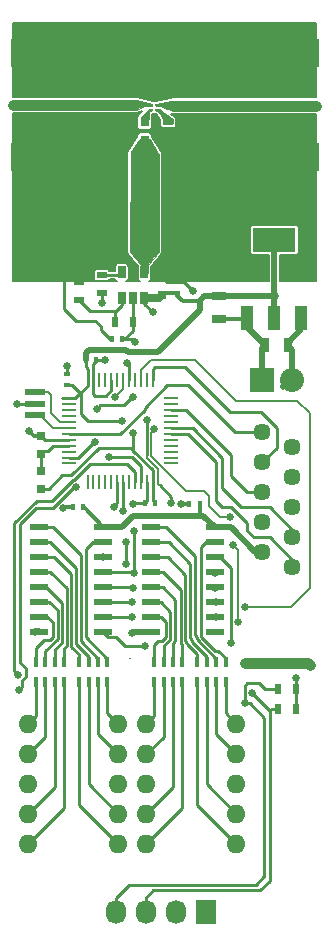
<source format=gtl>
G04 #@! TF.FileFunction,Copper,L1,Top,Signal*
%FSLAX46Y46*%
G04 Gerber Fmt 4.6, Leading zero omitted, Abs format (unit mm)*
G04 Created by KiCad (PCBNEW (2016-03-18 BZR 6629)-product) date Sa 16 Apr 2016 02:00:58 CEST*
%MOMM*%
G01*
G04 APERTURE LIST*
%ADD10C,0.100000*%
%ADD11O,1.600000X1.600000*%
%ADD12C,1.450000*%
%ADD13R,0.700000X1.300000*%
%ADD14R,1.300000X0.700000*%
%ADD15R,0.400000X0.600000*%
%ADD16R,0.600000X0.400000*%
%ADD17R,0.900000X0.500000*%
%ADD18R,0.500000X0.900000*%
%ADD19R,4.572000X2.413000*%
%ADD20R,4.071620X0.700000*%
%ADD21R,0.650000X1.060000*%
%ADD22R,3.657600X2.032000*%
%ADD23R,1.016000X2.032000*%
%ADD24R,1.300000X0.250000*%
%ADD25R,0.250000X1.300000*%
%ADD26R,0.300000X0.200000*%
%ADD27R,0.750000X0.800000*%
%ADD28R,1.800000X0.600000*%
%ADD29R,1.500000X0.600000*%
%ADD30R,0.449580X0.899160*%
%ADD31R,1.727200X2.032000*%
%ADD32O,1.727200X2.032000*%
%ADD33R,2.032000X2.032000*%
%ADD34O,2.032000X2.032000*%
%ADD35C,0.630000*%
%ADD36C,0.600000*%
%ADD37C,0.152000*%
%ADD38C,0.500000*%
%ADD39C,0.356352*%
%ADD40C,0.950000*%
%ADD41C,0.250000*%
%ADD42C,0.230000*%
%ADD43C,0.638258*%
%ADD44C,0.160000*%
G04 APERTURE END LIST*
D10*
D11*
X150350000Y-148900000D03*
X150350000Y-151440000D03*
X150350000Y-153980000D03*
X150350000Y-156520000D03*
X150350000Y-159060000D03*
X157970000Y-159060000D03*
X157970000Y-156520000D03*
X157970000Y-153980000D03*
X157970000Y-151440000D03*
X157970000Y-148900000D03*
D12*
X170180000Y-124160000D03*
X172720000Y-125430000D03*
X170180000Y-126700000D03*
X172720000Y-127970000D03*
X170180000Y-129240000D03*
X172720000Y-130510000D03*
X170180000Y-131780000D03*
X172720000Y-133050000D03*
X170180000Y-134320000D03*
X172720000Y-135590000D03*
D13*
X172300000Y-116800000D03*
X170400000Y-116800000D03*
D14*
X166475000Y-112700000D03*
X166475000Y-114600000D03*
D15*
X158322200Y-116333700D03*
X157422200Y-116333700D03*
D16*
X162972200Y-112383700D03*
X162972200Y-111483700D03*
D17*
X162200000Y-97950000D03*
X162200000Y-99450000D03*
X156572200Y-110883700D03*
X156572200Y-112383700D03*
D18*
X159222200Y-114833700D03*
X157722200Y-114833700D03*
D17*
X154672200Y-112983700D03*
X154672200Y-111483700D03*
D19*
X151140000Y-92120000D03*
D10*
G36*
X149348190Y-96190000D02*
X149348190Y-96790000D01*
X148847810Y-96590000D01*
X148847810Y-96390000D01*
X149348190Y-96190000D01*
X149348190Y-96190000D01*
G37*
D19*
X151140000Y-100920000D03*
D20*
X151384000Y-96490000D03*
D19*
X172710000Y-100920000D03*
D10*
G36*
X174501810Y-96850000D02*
X174501810Y-96250000D01*
X175002190Y-96450000D01*
X175002190Y-96650000D01*
X174501810Y-96850000D01*
X174501810Y-96850000D01*
G37*
D19*
X172710000Y-92120000D03*
D20*
X172466000Y-96550000D03*
D21*
X160172200Y-110658700D03*
X159222200Y-110658700D03*
X158272200Y-110658700D03*
X158272200Y-112858700D03*
X160172200Y-112858700D03*
X159222200Y-112858700D03*
D22*
X171182200Y-107896700D03*
D23*
X171182200Y-114500700D03*
X173468200Y-114500700D03*
X168896200Y-114500700D03*
D24*
X153772200Y-121333700D03*
X153772200Y-121833700D03*
X153772200Y-122333700D03*
X153772200Y-122833700D03*
X153772200Y-123333700D03*
X153772200Y-123833700D03*
X153772200Y-124333700D03*
X153772200Y-124833700D03*
X153772200Y-125333700D03*
X153772200Y-125833700D03*
X153772200Y-126333700D03*
X153772200Y-126833700D03*
D25*
X155372200Y-128433700D03*
X155872200Y-128433700D03*
X156372200Y-128433700D03*
X156872200Y-128433700D03*
X157372200Y-128433700D03*
X157872200Y-128433700D03*
X158372200Y-128433700D03*
X158872200Y-128433700D03*
X159372200Y-128433700D03*
X159872200Y-128433700D03*
X160372200Y-128433700D03*
X160872200Y-128433700D03*
D24*
X162472200Y-126833700D03*
X162472200Y-126333700D03*
X162472200Y-125833700D03*
X162472200Y-125333700D03*
X162472200Y-124833700D03*
X162472200Y-124333700D03*
X162472200Y-123833700D03*
X162472200Y-123333700D03*
X162472200Y-122833700D03*
X162472200Y-122333700D03*
X162472200Y-121833700D03*
X162472200Y-121333700D03*
D25*
X160872200Y-119733700D03*
X160372200Y-119733700D03*
X159872200Y-119733700D03*
X159372200Y-119733700D03*
X158872200Y-119733700D03*
X158372200Y-119733700D03*
X157872200Y-119733700D03*
X157372200Y-119733700D03*
X156872200Y-119733700D03*
X156372200Y-119733700D03*
X155872200Y-119733700D03*
X155372200Y-119733700D03*
D26*
X161250000Y-96495000D03*
X161250000Y-96945000D03*
X160750000Y-96945000D03*
X160750000Y-96495000D03*
D27*
X160200000Y-97950000D03*
X160200000Y-99450000D03*
X161700000Y-112550000D03*
X161700000Y-111050000D03*
X151450000Y-124550000D03*
X151450000Y-126050000D03*
D16*
X153650000Y-120175000D03*
X153650000Y-119275000D03*
D15*
X155200000Y-118050000D03*
X156100000Y-118050000D03*
X161100000Y-130200000D03*
X160200000Y-130200000D03*
D27*
X151450000Y-128975000D03*
X151450000Y-127475000D03*
D28*
X150900000Y-120825000D03*
X150900000Y-121775000D03*
X150900000Y-122725000D03*
D29*
X151300000Y-132205000D03*
X151300000Y-133475000D03*
X151300000Y-134745000D03*
X151300000Y-136015000D03*
X151300000Y-137285000D03*
X151300000Y-138555000D03*
X151300000Y-139825000D03*
X151300000Y-141095000D03*
X156700000Y-141095000D03*
X156700000Y-139825000D03*
X156700000Y-138555000D03*
X156700000Y-137285000D03*
X156700000Y-136015000D03*
X156700000Y-134745000D03*
X156700000Y-133475000D03*
X156700000Y-132205000D03*
D30*
X157051420Y-143649100D03*
X156251320Y-143649100D03*
X155451220Y-143649100D03*
X154651120Y-143649100D03*
X157051420Y-145350900D03*
X156251320Y-145350900D03*
X155451220Y-145350900D03*
X154651120Y-145350900D03*
X153401420Y-143649100D03*
X152601320Y-143649100D03*
X151801220Y-143649100D03*
X151001120Y-143649100D03*
X153401420Y-145350900D03*
X152601320Y-145350900D03*
X151801220Y-145350900D03*
X151001120Y-145350900D03*
D11*
X160350000Y-148900000D03*
X160350000Y-151440000D03*
X160350000Y-153980000D03*
X160350000Y-156520000D03*
X160350000Y-159060000D03*
X167970000Y-159060000D03*
X167970000Y-156520000D03*
X167970000Y-153980000D03*
X167970000Y-151440000D03*
X167970000Y-148900000D03*
D30*
X167051420Y-143649100D03*
X166251320Y-143649100D03*
X165451220Y-143649100D03*
X164651120Y-143649100D03*
X167051420Y-145350900D03*
X166251320Y-145350900D03*
X165451220Y-145350900D03*
X164651120Y-145350900D03*
X163401420Y-143649100D03*
X162601320Y-143649100D03*
X161801220Y-143649100D03*
X161001120Y-143649100D03*
X163401420Y-145350900D03*
X162601320Y-145350900D03*
X161801220Y-145350900D03*
X161001120Y-145350900D03*
D29*
X160750000Y-132255000D03*
X160750000Y-133525000D03*
X160750000Y-134795000D03*
X160750000Y-136065000D03*
X160750000Y-137335000D03*
X160750000Y-138605000D03*
X160750000Y-139875000D03*
X160750000Y-141145000D03*
X166150000Y-141145000D03*
X166150000Y-139875000D03*
X166150000Y-138605000D03*
X166150000Y-137335000D03*
X166150000Y-136065000D03*
X166150000Y-134795000D03*
X166150000Y-133525000D03*
X166150000Y-132255000D03*
D15*
X164900000Y-130250000D03*
X164000000Y-130250000D03*
X155025000Y-130550000D03*
X154125000Y-130550000D03*
D31*
X165400000Y-164850000D03*
D32*
X162860000Y-164850000D03*
X160320000Y-164850000D03*
X157780000Y-164850000D03*
D33*
X170150000Y-119775000D03*
D34*
X172690000Y-119775000D03*
D18*
X173010000Y-145970000D03*
X171510000Y-145970000D03*
X173020000Y-147650000D03*
X171520000Y-147650000D03*
D35*
X153263803Y-130631470D03*
X150879494Y-141089065D03*
X168675000Y-143750000D03*
X174200000Y-143875000D03*
X163300000Y-130275000D03*
X150375000Y-124050000D03*
X159250000Y-130250000D03*
X159150000Y-141150000D03*
X153650000Y-118625000D03*
X149400000Y-121825000D03*
X164300000Y-112250000D03*
X156850000Y-118050000D03*
X172500000Y-99000000D03*
X171000000Y-99000000D03*
X169500000Y-99000000D03*
X168000000Y-99000000D03*
X166500000Y-99000000D03*
X165000000Y-99000000D03*
X163500000Y-99000000D03*
X163500000Y-100750000D03*
X163500000Y-102250000D03*
X163500000Y-103750000D03*
X163500000Y-105250000D03*
X163500000Y-106750000D03*
X163500000Y-108250000D03*
X162100000Y-110050000D03*
X162900000Y-109400000D03*
X156750000Y-100750000D03*
X156750000Y-102250000D03*
X156750000Y-103750000D03*
X156750000Y-105250000D03*
X156750000Y-106750000D03*
X156750000Y-108250000D03*
X157500000Y-109300000D03*
X154700000Y-110900000D03*
X159222200Y-110658700D03*
X161700000Y-111000000D03*
X158250000Y-98500000D03*
X159000000Y-97750000D03*
D36*
X151140000Y-92120000D03*
D35*
X172750000Y-93500000D03*
X171250000Y-93500000D03*
X169500000Y-93500000D03*
X168000000Y-93500000D03*
X166500000Y-93500000D03*
X165000000Y-93500000D03*
X163500000Y-93500000D03*
X162000000Y-93500000D03*
X160500000Y-93500000D03*
X159000000Y-93500000D03*
X157500000Y-93500000D03*
X156000000Y-93500000D03*
X154250000Y-93500000D03*
X152750000Y-93500000D03*
X151250000Y-93500000D03*
X157250000Y-99000000D03*
X155750000Y-99000000D03*
X154250000Y-99000000D03*
X152750000Y-99000000D03*
X151250000Y-99000000D03*
D36*
X151140000Y-100920000D03*
X172700000Y-100800000D03*
X172710000Y-92120000D03*
D35*
X159400000Y-116525000D03*
X159225000Y-121200000D03*
X156150000Y-122200000D03*
X155975000Y-125000000D03*
X173010000Y-145040000D03*
X171225000Y-112650000D03*
X158250000Y-123250000D03*
X159250000Y-124250000D03*
X160872200Y-114033700D03*
X156572200Y-113233700D03*
X160250000Y-142250000D03*
X167500000Y-142000000D03*
X158625000Y-135350000D03*
X158650000Y-133475000D03*
X157600000Y-130500000D03*
X166150000Y-137350000D03*
X159225000Y-137400000D03*
X158375000Y-130900000D03*
X159300000Y-132550000D03*
X166125000Y-136075000D03*
X159275000Y-136100000D03*
X149483837Y-144745890D03*
X169275000Y-146300000D03*
X168675000Y-147100000D03*
X157150000Y-126275000D03*
X154425000Y-128825000D03*
X149525000Y-146050000D03*
X168685744Y-138970938D03*
X166250000Y-138575000D03*
X159175000Y-138550000D03*
X160375000Y-123150000D03*
X158725000Y-118300000D03*
X156700000Y-134745000D03*
X162425000Y-130225000D03*
X168100000Y-140300000D03*
X167650000Y-133700000D03*
X167400000Y-131375000D03*
X161025000Y-123925000D03*
X157725000Y-121200000D03*
X166225000Y-139875000D03*
X159125000Y-139850000D03*
D37*
X158999999Y-143325001D02*
X158996001Y-143328999D01*
D38*
X172690000Y-119775000D02*
X172690000Y-117190000D01*
X172690000Y-117190000D02*
X172300000Y-116800000D01*
X172300000Y-116800000D02*
X172300000Y-116600000D01*
X172300000Y-116600000D02*
X173468200Y-115431800D01*
X173468200Y-115431800D02*
X173468200Y-114500700D01*
X171882200Y-120323700D02*
X171882200Y-120273700D01*
X170150000Y-119775000D02*
X170150000Y-117050000D01*
X170150000Y-117050000D02*
X170400000Y-116800000D01*
X168896200Y-114500700D02*
X168896200Y-115296200D01*
X168896200Y-115296200D02*
X170400000Y-116800000D01*
D39*
X166475000Y-114600000D02*
X168796900Y-114600000D01*
X168796900Y-114600000D02*
X168896200Y-114500700D01*
D38*
X169982200Y-120323700D02*
X169982200Y-120193700D01*
D39*
X154125000Y-130550000D02*
X153345273Y-130550000D01*
X153345273Y-130550000D02*
X153263803Y-130631470D01*
D38*
X150931874Y-141036685D02*
X150879494Y-141089065D01*
X151241685Y-141036685D02*
X150931874Y-141036685D01*
X151300000Y-141095000D02*
X151241685Y-141036685D01*
D40*
X174075000Y-143750000D02*
X168675000Y-143750000D01*
X174200000Y-143875000D02*
X174075000Y-143750000D01*
D39*
X164000000Y-130250000D02*
X163325000Y-130250000D01*
X163325000Y-130250000D02*
X163300000Y-130275000D01*
X151450000Y-124550000D02*
X150875000Y-124550000D01*
X150875000Y-124550000D02*
X150375000Y-124050000D01*
D41*
X159300000Y-130200000D02*
X159250000Y-130250000D01*
X159300000Y-130200000D02*
X160200000Y-130200000D01*
D38*
X160750000Y-141145000D02*
X159155000Y-141145000D01*
X159155000Y-141145000D02*
X159150000Y-141150000D01*
D41*
X153650000Y-119275000D02*
X153650000Y-118625000D01*
X150900000Y-121775000D02*
X149450000Y-121775000D01*
X149450000Y-121775000D02*
X149400000Y-121825000D01*
X162972200Y-111483700D02*
X163533700Y-111483700D01*
X163533700Y-111483700D02*
X164300000Y-112250000D01*
X153372200Y-111233700D02*
X154366300Y-111233700D01*
X154366300Y-111233700D02*
X154700000Y-110900000D01*
X156100000Y-118050000D02*
X156850000Y-118050000D01*
X156000000Y-121100000D02*
X155872200Y-120972200D01*
X155872200Y-120972200D02*
X155872200Y-119733700D01*
X156905900Y-121100000D02*
X156000000Y-121100000D01*
X157372200Y-119733700D02*
X157372200Y-120633700D01*
X157372200Y-120633700D02*
X156905900Y-121100000D01*
X156100000Y-118050000D02*
X156100000Y-118150000D01*
X156100000Y-118150000D02*
X155872200Y-118377800D01*
X155872200Y-118377800D02*
X155872200Y-118677800D01*
X155872200Y-119733700D02*
X155872200Y-118677800D01*
X153772200Y-124833700D02*
X152475000Y-124833700D01*
X152475000Y-124833700D02*
X151733700Y-124833700D01*
X151733700Y-124833700D02*
X151450000Y-124550000D01*
X160372200Y-128433700D02*
X160372200Y-130027800D01*
X160372200Y-130027800D02*
X160200000Y-130200000D01*
D42*
X163500000Y-108250000D02*
X163500000Y-108800000D01*
D41*
X172710000Y-99210000D02*
X172500000Y-99000000D01*
X171000000Y-99000000D02*
X169500000Y-99000000D01*
X168000000Y-99000000D02*
X166500000Y-99000000D01*
X165000000Y-99000000D02*
X163500000Y-99000000D01*
X163500000Y-100750000D02*
X163500000Y-102250000D01*
X163500000Y-103750000D02*
X163500000Y-105250000D01*
X163500000Y-106750000D02*
X163500000Y-108250000D01*
X172710000Y-100920000D02*
X172710000Y-99210000D01*
D42*
X163500000Y-108800000D02*
X162900000Y-109400000D01*
D41*
X156750000Y-100750000D02*
X156750000Y-102250000D01*
X156750000Y-103750000D02*
X156750000Y-105250000D01*
X156750000Y-106750000D02*
X156750000Y-108250000D01*
D42*
X154672200Y-111483700D02*
X154672200Y-110927800D01*
X154672200Y-110927800D02*
X154700000Y-110900000D01*
D39*
X161700000Y-111000000D02*
X161700000Y-111050000D01*
X162972200Y-111483700D02*
X162133700Y-111483700D01*
X162133700Y-111483700D02*
X161700000Y-111050000D01*
D41*
X159000000Y-97750000D02*
X158250000Y-98500000D01*
X169500000Y-93500000D02*
X171250000Y-93500000D01*
X166500000Y-93500000D02*
X168000000Y-93500000D01*
X163500000Y-93500000D02*
X165000000Y-93500000D01*
X160500000Y-93500000D02*
X162000000Y-93500000D01*
X157500000Y-93500000D02*
X159000000Y-93500000D01*
X155750000Y-93500000D02*
X156000000Y-93500000D01*
X154250000Y-93500000D02*
X155750000Y-93500000D01*
X151250000Y-93500000D02*
X152750000Y-93500000D01*
X151140000Y-100920000D02*
X151140000Y-99110000D01*
X155750000Y-99000000D02*
X157250000Y-99000000D01*
X152750000Y-99000000D02*
X154250000Y-99000000D01*
X151140000Y-99110000D02*
X151250000Y-99000000D01*
X157422200Y-116333700D02*
X157272200Y-116333700D01*
X157272200Y-116333700D02*
X156472200Y-115533700D01*
X156472200Y-115533700D02*
X156472200Y-115233700D01*
X156472200Y-115233700D02*
X155972200Y-114733700D01*
X155972200Y-114733700D02*
X154372200Y-114733700D01*
X154372200Y-114733700D02*
X153372200Y-113733700D01*
X153372200Y-113733700D02*
X153372200Y-111233700D01*
X172700000Y-100800000D02*
X172710000Y-100810000D01*
X172710000Y-100810000D02*
X172710000Y-100920000D01*
X153772200Y-126333700D02*
X154591300Y-126333700D01*
X159208700Y-116333700D02*
X158322200Y-116333700D01*
X159400000Y-116525000D02*
X159208700Y-116333700D01*
X159125000Y-121200000D02*
X159225000Y-121200000D01*
X158425000Y-121900000D02*
X159125000Y-121200000D01*
X156450000Y-121900000D02*
X158425000Y-121900000D01*
X156150000Y-122200000D02*
X156450000Y-121900000D01*
X155925000Y-125000000D02*
X155975000Y-125000000D01*
X154591300Y-126333700D02*
X155925000Y-125000000D01*
X158322200Y-116333700D02*
X158472200Y-116333700D01*
X158472200Y-116333700D02*
X159222200Y-115583700D01*
X159222200Y-115583700D02*
X159222200Y-114833700D01*
X159222200Y-112858700D02*
X159222200Y-114833700D01*
D42*
X161250000Y-96945000D02*
X161405120Y-96945000D01*
X161405120Y-96945000D02*
X162200000Y-97739880D01*
X162200000Y-97739880D02*
X162200000Y-97950000D01*
D41*
X162200000Y-97900000D02*
X162200000Y-97950000D01*
X156572200Y-110883700D02*
X158047200Y-110883700D01*
X158047200Y-110883700D02*
X158272200Y-110658700D01*
X157722200Y-114833700D02*
X157722200Y-113933700D01*
X157722200Y-113933700D02*
X157772200Y-113933700D01*
X154672200Y-112983700D02*
X154672200Y-113033700D01*
X154672200Y-113033700D02*
X155572200Y-113933700D01*
X155572200Y-113933700D02*
X157772200Y-113933700D01*
X157772200Y-113933700D02*
X158272200Y-113433700D01*
X158272200Y-113433700D02*
X158272200Y-112858700D01*
D42*
X160750000Y-96495000D02*
X159320940Y-96495000D01*
X159320940Y-96495000D02*
X159315940Y-96490000D01*
D40*
X151384000Y-96490000D02*
X159315940Y-96490000D01*
X159315940Y-96490000D02*
X159316420Y-96489520D01*
X151384000Y-96490000D02*
X149098000Y-96490000D01*
D42*
X161250000Y-96495000D02*
X162565480Y-96495000D01*
D40*
X162620480Y-96550000D02*
X172466000Y-96550000D01*
D42*
X162565480Y-96495000D02*
X162620480Y-96550000D01*
D40*
X172466000Y-96550000D02*
X174752000Y-96550000D01*
D39*
X172411000Y-96495000D02*
X172466000Y-96550000D01*
D43*
X160200000Y-99450000D02*
X160200000Y-110630900D01*
X160200000Y-110630900D02*
X160172200Y-110658700D01*
D38*
X160200000Y-110630900D02*
X160172200Y-110658700D01*
D44*
X153772200Y-123333700D02*
X153008700Y-123333700D01*
X152050000Y-120825000D02*
X150900000Y-120825000D01*
X152275000Y-121050000D02*
X152050000Y-120825000D01*
X152275000Y-122600000D02*
X152275000Y-121050000D01*
X153008700Y-123333700D02*
X152275000Y-122600000D01*
X150900000Y-122725000D02*
X151350000Y-122725000D01*
X151350000Y-122725000D02*
X152458700Y-123833700D01*
X152458700Y-123833700D02*
X153772200Y-123833700D01*
D41*
X151008700Y-122833700D02*
X150900000Y-122725000D01*
X160456820Y-97043180D02*
X160456820Y-97693180D01*
X160456820Y-97693180D02*
X160200000Y-97950000D01*
D42*
X160750000Y-96945000D02*
X160555000Y-96945000D01*
X160555000Y-96945000D02*
X160456820Y-97043180D01*
X160456820Y-97043180D02*
X160400000Y-97100000D01*
D41*
X173010000Y-145970000D02*
X173010000Y-145040000D01*
X173010000Y-145970000D02*
X173010000Y-147640000D01*
X173010000Y-147640000D02*
X173020000Y-147650000D01*
D38*
X171182200Y-112692800D02*
X171182200Y-112700000D01*
X171225000Y-112650000D02*
X171182200Y-112692800D01*
X166475000Y-112700000D02*
X165250000Y-112700000D01*
X165250000Y-112700000D02*
X164875000Y-113075000D01*
X166475000Y-112700000D02*
X171182200Y-112700000D01*
X171000000Y-112725000D02*
X171182200Y-112725000D01*
X171182200Y-112700000D02*
X171157200Y-112725000D01*
X171157200Y-112725000D02*
X171000000Y-112725000D01*
D39*
X162972200Y-112383700D02*
X162972200Y-112622200D01*
X162972200Y-112622200D02*
X163425000Y-113075000D01*
X163425000Y-113075000D02*
X164875000Y-113075000D01*
D38*
X155200000Y-118050000D02*
X155200000Y-117525000D01*
X164875000Y-113825000D02*
X164875000Y-113075000D01*
X161300000Y-117400000D02*
X164875000Y-113825000D01*
X158825000Y-117400000D02*
X161300000Y-117400000D01*
X158625000Y-117200000D02*
X158825000Y-117400000D01*
X155525000Y-117200000D02*
X158625000Y-117200000D01*
X155200000Y-117525000D02*
X155525000Y-117200000D01*
D41*
X153195013Y-127854987D02*
X154010053Y-127854987D01*
X151450000Y-128975000D02*
X152075000Y-128975000D01*
X154010053Y-127854987D02*
X156355041Y-125509999D01*
X156355041Y-125509999D02*
X159009999Y-125509999D01*
X159009999Y-125509999D02*
X159250000Y-125750000D01*
X152075000Y-128975000D02*
X153195013Y-127854987D01*
D39*
X164900000Y-130250000D02*
X164900000Y-131005000D01*
X164900000Y-131005000D02*
X165145000Y-131250000D01*
X155025000Y-130550000D02*
X155045000Y-130550000D01*
X155045000Y-130550000D02*
X156700000Y-132205000D01*
D38*
X171182200Y-107896700D02*
X171182200Y-112725000D01*
X171182200Y-112725000D02*
X171182200Y-114500700D01*
X166150000Y-132255000D02*
X167505000Y-132255000D01*
X167505000Y-132255000D02*
X169570000Y-134320000D01*
X169570000Y-134320000D02*
X170180000Y-134320000D01*
X156700000Y-132205000D02*
X158295000Y-132205000D01*
X165145000Y-131250000D02*
X166150000Y-132255000D01*
X159250000Y-131250000D02*
X165145000Y-131250000D01*
X158295000Y-132205000D02*
X159250000Y-131250000D01*
X171224300Y-114500700D02*
X171182200Y-114500700D01*
D41*
X158250000Y-123250000D02*
X155450000Y-123250000D01*
X154825000Y-120925000D02*
X154825000Y-121825000D01*
X159250000Y-124250000D02*
X159250000Y-125750000D01*
X154825000Y-122625000D02*
X154825000Y-121825000D01*
X155450000Y-123250000D02*
X154825000Y-122625000D01*
X153650000Y-120175000D02*
X154075000Y-120175000D01*
X154075000Y-120175000D02*
X154825000Y-120925000D01*
X153772200Y-121333700D02*
X153208700Y-121333700D01*
X160872200Y-128433700D02*
X160872200Y-127372200D01*
X160872200Y-127372200D02*
X159250000Y-125750000D01*
X154825000Y-120925000D02*
X154825000Y-120805900D01*
X155200000Y-118700000D02*
X155238500Y-118700000D01*
X155238500Y-118700000D02*
X155372200Y-118833700D01*
X155372200Y-118833700D02*
X155372200Y-119733700D01*
X155200000Y-118050000D02*
X155200000Y-118700000D01*
X153772200Y-121333700D02*
X154297200Y-121333700D01*
X154297200Y-121333700D02*
X154825000Y-120805900D01*
X154825000Y-120805900D02*
X155372200Y-120258700D01*
X155372200Y-120258700D02*
X155372200Y-119733700D01*
X160872200Y-128433700D02*
X160872200Y-129972200D01*
X160872200Y-129972200D02*
X161100000Y-130200000D01*
D39*
X162972200Y-112383700D02*
X161866300Y-112383700D01*
X161866300Y-112383700D02*
X161700000Y-112550000D01*
D43*
X160172200Y-112858700D02*
X161391300Y-112858700D01*
X161391300Y-112858700D02*
X161700000Y-112550000D01*
D41*
X156572200Y-112383700D02*
X156572200Y-113233700D01*
X160872200Y-114033700D02*
X160172200Y-113333700D01*
X160172200Y-113333700D02*
X160172200Y-112858700D01*
X151450000Y-127475000D02*
X151450000Y-126050000D01*
X152000000Y-125750000D02*
X151750000Y-125750000D01*
X151750000Y-125750000D02*
X151450000Y-126050000D01*
X152416300Y-125333700D02*
X152000000Y-125750000D01*
X153772200Y-125333700D02*
X152416300Y-125333700D01*
X170180000Y-124160000D02*
X167860000Y-124160000D01*
X158141300Y-124333700D02*
X153772200Y-124333700D01*
X160200000Y-122275000D02*
X158141300Y-124333700D01*
X160200000Y-122100000D02*
X160200000Y-122275000D01*
X162125000Y-120175000D02*
X160200000Y-122100000D01*
X163875000Y-120175000D02*
X162125000Y-120175000D01*
X167860000Y-124160000D02*
X163875000Y-120175000D01*
D42*
X166275000Y-129900000D02*
X166275000Y-130025000D01*
D41*
X163908700Y-124333700D02*
X166275000Y-126700000D01*
X166275000Y-126700000D02*
X166275000Y-129900000D01*
X169450000Y-133075000D02*
X170825000Y-133075000D01*
X172720000Y-134970000D02*
X170825000Y-133075000D01*
X163908700Y-124333700D02*
X162472200Y-124333700D01*
D42*
X168900000Y-132525000D02*
X169450000Y-133075000D01*
X168900000Y-131850000D02*
X168900000Y-132525000D01*
X167550000Y-130500000D02*
X168900000Y-131850000D01*
X166750000Y-130500000D02*
X167550000Y-130500000D01*
X166275000Y-130025000D02*
X166750000Y-130500000D01*
D41*
X172720000Y-134970000D02*
X172720000Y-135590000D01*
X162472200Y-123833700D02*
X164258700Y-123833700D01*
X170775000Y-130500000D02*
X172720000Y-132445000D01*
X168375000Y-130500000D02*
X170775000Y-130500000D01*
X166775000Y-128900000D02*
X168375000Y-130500000D01*
X166775000Y-126350000D02*
X166775000Y-128900000D01*
X164258700Y-123833700D02*
X166775000Y-126350000D01*
X172720000Y-132445000D02*
X172720000Y-133050000D01*
X162472200Y-122333700D02*
X163683700Y-122333700D01*
X168840000Y-129240000D02*
X170180000Y-129240000D01*
X167500000Y-127900000D02*
X168840000Y-129240000D01*
X167500000Y-126150000D02*
X167500000Y-127900000D01*
X163683700Y-122333700D02*
X167500000Y-126150000D01*
X160872200Y-119733700D02*
X160872200Y-118877800D01*
X171375000Y-125505000D02*
X170180000Y-126700000D01*
X171375000Y-123800000D02*
X171375000Y-125505000D01*
X170075000Y-122500000D02*
X171375000Y-123800000D01*
X167450000Y-122500000D02*
X170075000Y-122500000D01*
X163600000Y-118650000D02*
X167450000Y-122500000D01*
X161100000Y-118650000D02*
X163600000Y-118650000D01*
X160872200Y-118877800D02*
X161100000Y-118650000D01*
D42*
X151001120Y-145350900D02*
X151001120Y-148248880D01*
X151001120Y-148248880D02*
X150350000Y-148900000D01*
X151801220Y-145350900D02*
X151801220Y-149988780D01*
X151801220Y-149988780D02*
X150350000Y-151440000D01*
X152601320Y-145350900D02*
X152601320Y-154268680D01*
X152601320Y-154268680D02*
X150350000Y-156520000D01*
X153401420Y-145350900D02*
X153401420Y-156008580D01*
X153401420Y-156008580D02*
X150350000Y-159060000D01*
X154651120Y-145350900D02*
X154651120Y-155741120D01*
X154651120Y-155741120D02*
X157970000Y-159060000D01*
X155451220Y-145350900D02*
X155451220Y-154001220D01*
X155451220Y-154001220D02*
X157970000Y-156520000D01*
X156251320Y-145350900D02*
X156251320Y-149721320D01*
X156251320Y-149721320D02*
X157970000Y-151440000D01*
X157051420Y-145350900D02*
X157051420Y-147981420D01*
X157051420Y-147981420D02*
X157970000Y-148900000D01*
X166600000Y-134795000D02*
X167500000Y-135695000D01*
X166150000Y-134795000D02*
X166600000Y-134795000D01*
X167500000Y-135695000D02*
X167500000Y-141554523D01*
X167500000Y-141554523D02*
X167500000Y-142000000D01*
X157105000Y-141500000D02*
X156700000Y-141095000D01*
X157750000Y-141500000D02*
X157105000Y-141500000D01*
X158500000Y-142250000D02*
X157750000Y-141500000D01*
X160250000Y-142250000D02*
X158500000Y-142250000D01*
X157051420Y-143649100D02*
X157051420Y-143351420D01*
X157051420Y-143351420D02*
X155250000Y-141550000D01*
X155250000Y-141550000D02*
X155250000Y-134050000D01*
X155250000Y-134050000D02*
X155825000Y-133475000D01*
X155825000Y-133475000D02*
X156700000Y-133475000D01*
X156251320Y-143649100D02*
X156251320Y-143351320D01*
X156251320Y-143351320D02*
X154800000Y-141900000D01*
X154800000Y-141900000D02*
X154800000Y-134550000D01*
X154800000Y-134550000D02*
X152455000Y-132205000D01*
X152455000Y-132205000D02*
X151300000Y-132205000D01*
X155451220Y-143649100D02*
X155451220Y-143201220D01*
X155451220Y-143201220D02*
X154400000Y-142150000D01*
X154400000Y-142150000D02*
X154400000Y-135650000D01*
X154400000Y-135650000D02*
X152225000Y-133475000D01*
X152225000Y-133475000D02*
X151300000Y-133475000D01*
X154651120Y-143649100D02*
X154651120Y-143001120D01*
X152545000Y-134745000D02*
X151300000Y-134745000D01*
X154000000Y-136200000D02*
X152545000Y-134745000D01*
X154000000Y-142350000D02*
X154000000Y-136200000D01*
X154651120Y-143001120D02*
X154000000Y-142350000D01*
X153401420Y-143649100D02*
X153401420Y-142498580D01*
X152215000Y-136015000D02*
X151300000Y-136015000D01*
X153600000Y-137400000D02*
X152215000Y-136015000D01*
X153600000Y-142300000D02*
X153600000Y-137400000D01*
X153401420Y-142498580D02*
X153600000Y-142300000D01*
X152601320Y-143649100D02*
X152601320Y-142598680D01*
X153210004Y-138660004D02*
X151835000Y-137285000D01*
X153210004Y-141989996D02*
X153210004Y-138660004D01*
X152601320Y-142598680D02*
X153210004Y-141989996D01*
X151835000Y-137285000D02*
X151300000Y-137285000D01*
X151801220Y-143649100D02*
X151801220Y-142748780D01*
X152105000Y-138555000D02*
X151300000Y-138555000D01*
X152830002Y-139280002D02*
X152105000Y-138555000D01*
X152830002Y-141719998D02*
X152830002Y-139280002D01*
X151801220Y-142748780D02*
X152830002Y-141719998D01*
X151001120Y-143649100D02*
X151001120Y-142498880D01*
X152450000Y-140300000D02*
X151975000Y-139825000D01*
X152450000Y-141550000D02*
X152450000Y-140300000D01*
X152200000Y-141800000D02*
X152450000Y-141550000D01*
X151700000Y-141800000D02*
X152200000Y-141800000D01*
X151001120Y-142498880D02*
X151700000Y-141800000D01*
X151975000Y-139825000D02*
X151300000Y-139825000D01*
X161001120Y-145350900D02*
X161001120Y-148248880D01*
X161001120Y-148248880D02*
X160350000Y-148900000D01*
X161801220Y-145350900D02*
X161801220Y-149988780D01*
X161801220Y-149988780D02*
X160350000Y-151440000D01*
X162601320Y-145350900D02*
X162601320Y-154268680D01*
X162601320Y-154268680D02*
X160350000Y-156520000D01*
X163401420Y-145350900D02*
X163401420Y-156008580D01*
X163401420Y-156008580D02*
X160350000Y-159060000D01*
X164651120Y-145350900D02*
X164651120Y-155741120D01*
X164651120Y-155741120D02*
X167970000Y-159060000D01*
X165451220Y-145350900D02*
X165451220Y-154001220D01*
X165451220Y-154001220D02*
X167970000Y-156520000D01*
X166251320Y-145350900D02*
X166251320Y-149721320D01*
X166251320Y-149721320D02*
X167970000Y-151440000D01*
X167051420Y-145350900D02*
X167051420Y-147981420D01*
X167051420Y-147981420D02*
X167970000Y-148900000D01*
X167051420Y-143649100D02*
X167051420Y-143301420D01*
X167051420Y-143301420D02*
X166450000Y-142700000D01*
X166450000Y-142700000D02*
X166200000Y-142700000D01*
X166200000Y-142700000D02*
X165000000Y-141500000D01*
X165000000Y-141500000D02*
X165000000Y-133950000D01*
X165000000Y-133950000D02*
X165425000Y-133525000D01*
X165425000Y-133525000D02*
X166150000Y-133525000D01*
X166251320Y-143649100D02*
X166251320Y-143351320D01*
X166251320Y-143351320D02*
X164600000Y-141700000D01*
X164600000Y-141700000D02*
X164600000Y-141550000D01*
X164600000Y-141550000D02*
X164450000Y-141400000D01*
X164450000Y-141400000D02*
X164450000Y-134700000D01*
X164450000Y-134700000D02*
X162005000Y-132255000D01*
X162005000Y-132255000D02*
X160750000Y-132255000D01*
X165451220Y-143649100D02*
X165451220Y-143201220D01*
X165451220Y-143201220D02*
X164200000Y-141950000D01*
X164200000Y-141950000D02*
X164200000Y-141750000D01*
X164200000Y-141750000D02*
X164050000Y-141600000D01*
X164050000Y-141600000D02*
X164050000Y-135350000D01*
X164050000Y-135350000D02*
X162225000Y-133525000D01*
X162225000Y-133525000D02*
X160750000Y-133525000D01*
X164651120Y-143649100D02*
X164651120Y-143001120D01*
X162145000Y-134795000D02*
X160750000Y-134795000D01*
X163650000Y-136300000D02*
X162145000Y-134795000D01*
X163650000Y-141850000D02*
X163650000Y-136300000D01*
X163800000Y-142000000D02*
X163650000Y-141850000D01*
X163800000Y-142150000D02*
X163800000Y-142000000D01*
X164651120Y-143001120D02*
X163800000Y-142150000D01*
X163401420Y-143649100D02*
X163401420Y-142201420D01*
X161765000Y-136065000D02*
X160750000Y-136065000D01*
X163250000Y-137550000D02*
X161765000Y-136065000D01*
X163250000Y-142050000D02*
X163250000Y-137550000D01*
X163401420Y-142201420D02*
X163250000Y-142050000D01*
X162601320Y-143649100D02*
X162601320Y-142048680D01*
X161735000Y-137335000D02*
X160750000Y-137335000D01*
X162800000Y-138400000D02*
X161735000Y-137335000D01*
X162800000Y-141850000D02*
X162800000Y-138400000D01*
X162601320Y-142048680D02*
X162800000Y-141850000D01*
X161801220Y-143649100D02*
X161801220Y-142298780D01*
X161555000Y-138605000D02*
X160750000Y-138605000D01*
X162380002Y-139430002D02*
X161555000Y-138605000D01*
X162380002Y-141719998D02*
X162380002Y-139430002D01*
X161801220Y-142298780D02*
X162380002Y-141719998D01*
X161001120Y-143649100D02*
X161001120Y-142198880D01*
X161625000Y-139875000D02*
X160750000Y-139875000D01*
X162000000Y-140250000D02*
X161625000Y-139875000D01*
X162000000Y-141550000D02*
X162000000Y-140250000D01*
X161700000Y-141850000D02*
X162000000Y-141550000D01*
X161350000Y-141850000D02*
X161700000Y-141850000D01*
X161001120Y-142198880D02*
X161350000Y-141850000D01*
X157872200Y-128433700D02*
X157872200Y-130202800D01*
X158625000Y-133500000D02*
X158625000Y-135350000D01*
X158650000Y-133475000D02*
X158625000Y-133500000D01*
X157600000Y-130475000D02*
X157600000Y-130500000D01*
X157872200Y-130202800D02*
X157600000Y-130475000D01*
X156700000Y-137285000D02*
X159110000Y-137285000D01*
X166150000Y-137350000D02*
X166150000Y-137335000D01*
X159110000Y-137285000D02*
X159225000Y-137400000D01*
X159275000Y-136100000D02*
X159275000Y-132575000D01*
X158372200Y-130897200D02*
X158372200Y-128433700D01*
X158375000Y-130900000D02*
X158372200Y-130897200D01*
X159275000Y-132575000D02*
X159300000Y-132550000D01*
X156700000Y-136015000D02*
X159190000Y-136015000D01*
X166125000Y-136075000D02*
X166135000Y-136065000D01*
X159190000Y-136015000D02*
X159275000Y-136100000D01*
X166135000Y-136065000D02*
X166150000Y-136065000D01*
D41*
X171520000Y-147650000D02*
X170925000Y-147650000D01*
X170925000Y-147650000D02*
X170775000Y-147800000D01*
D42*
X149168838Y-131918746D02*
X149168838Y-144430891D01*
X151092594Y-129994990D02*
X149168838Y-131918746D01*
X154146598Y-128244998D02*
X152396606Y-129994990D01*
X154190298Y-128244998D02*
X154146598Y-128244998D01*
X149168838Y-144430891D02*
X149483837Y-144745890D01*
X155555295Y-126880001D02*
X154190298Y-128244998D01*
X158698501Y-126880001D02*
X155555295Y-126880001D01*
X159372200Y-127553700D02*
X158698501Y-126880001D01*
X159372200Y-128433700D02*
X159372200Y-127553700D01*
X152396606Y-129994990D02*
X151092594Y-129994990D01*
X170775000Y-162150000D02*
X170775000Y-147800000D01*
X170775000Y-147800000D02*
X169275000Y-146300000D01*
X169950000Y-162975000D02*
X170775000Y-162150000D01*
X160949000Y-162975000D02*
X169950000Y-162975000D01*
X160320000Y-164850000D02*
X160320000Y-163604000D01*
X160320000Y-163604000D02*
X160949000Y-162975000D01*
D41*
X171510000Y-145970000D02*
X170390000Y-145970000D01*
X168675000Y-145665000D02*
X168675000Y-147100000D01*
X168900000Y-145440000D02*
X168675000Y-145665000D01*
X169860000Y-145440000D02*
X168900000Y-145440000D01*
X170390000Y-145970000D02*
X169860000Y-145440000D01*
D42*
X170350000Y-148350000D02*
X169100000Y-147100000D01*
X169100000Y-147100000D02*
X168675000Y-147100000D01*
X170350000Y-161775000D02*
X170350000Y-148350000D01*
X169600000Y-162525000D02*
X170350000Y-161775000D01*
X158859000Y-162525000D02*
X169600000Y-162525000D01*
X157780000Y-163604000D02*
X158859000Y-162525000D01*
X159125000Y-126275000D02*
X159872200Y-127022200D01*
X159872200Y-127022200D02*
X159872200Y-128433700D01*
X157150000Y-126275000D02*
X159125000Y-126275000D01*
X154250000Y-128825000D02*
X154425000Y-128825000D01*
X152475000Y-130600000D02*
X154250000Y-128825000D01*
X151025000Y-130600000D02*
X152475000Y-130600000D01*
X149675000Y-131950000D02*
X151025000Y-130600000D01*
X149675000Y-143725000D02*
X149675000Y-131950000D01*
X150125000Y-144175000D02*
X149675000Y-143725000D01*
X150125000Y-144925000D02*
X150125000Y-144175000D01*
X149839999Y-145210001D02*
X150125000Y-144925000D01*
X149839999Y-145735001D02*
X149839999Y-145210001D01*
X149525000Y-146050000D02*
X149839999Y-145735001D01*
X157780000Y-164850000D02*
X157780000Y-163604000D01*
D44*
X174200000Y-137400000D02*
X172629062Y-138970938D01*
X169131221Y-138970938D02*
X168685744Y-138970938D01*
X173125000Y-121525000D02*
X174200000Y-122600000D01*
X167900000Y-121525000D02*
X173125000Y-121525000D01*
X159872200Y-119733700D02*
X159872200Y-118923700D01*
X172629062Y-138970938D02*
X169131221Y-138970938D01*
X160745900Y-118050000D02*
X164425000Y-118050000D01*
X159872200Y-118923700D02*
X160745900Y-118050000D01*
X174200000Y-122600000D02*
X174200000Y-137400000D01*
X164425000Y-118050000D02*
X167900000Y-121525000D01*
D42*
X156700000Y-138555000D02*
X159170000Y-138555000D01*
X166250000Y-138575000D02*
X166220000Y-138605000D01*
X159170000Y-138555000D02*
X159175000Y-138550000D01*
X166220000Y-138605000D02*
X166150000Y-138605000D01*
D44*
X161475000Y-128700000D02*
X161427202Y-128700000D01*
D42*
X162425000Y-129650000D02*
X161475000Y-128700000D01*
X160375000Y-126150000D02*
X160375000Y-123150000D01*
X158725000Y-118300000D02*
X158872200Y-118447200D01*
X158872200Y-119733700D02*
X158872200Y-118447200D01*
X162425000Y-130225000D02*
X162425000Y-129650000D01*
D44*
X160375000Y-126372952D02*
X160375000Y-126150000D01*
X161300000Y-127297952D02*
X160375000Y-126372952D01*
X161300000Y-128572798D02*
X161300000Y-127297952D01*
X161427202Y-128700000D02*
X161300000Y-128572798D01*
X160720002Y-126195002D02*
X160720002Y-126245002D01*
X168140742Y-140259258D02*
X168100000Y-140300000D01*
X167650000Y-133700000D02*
X168140742Y-134190742D01*
X168140742Y-134190742D02*
X168140742Y-139265742D01*
X158372200Y-120552800D02*
X158372200Y-119733700D01*
X166600000Y-131375000D02*
X167400000Y-131375000D01*
X165625000Y-130400000D02*
X166600000Y-131375000D01*
X160720002Y-124229998D02*
X160720002Y-126195002D01*
X161025000Y-123925000D02*
X160720002Y-124229998D01*
X158372200Y-120552800D02*
X157725000Y-121200000D01*
X168140742Y-139265742D02*
X168140742Y-140259258D01*
X165625000Y-129625000D02*
X165625000Y-130400000D01*
X165200000Y-129200000D02*
X165625000Y-129625000D01*
X163675000Y-129200000D02*
X165200000Y-129200000D01*
X160720002Y-126245002D02*
X163675000Y-129200000D01*
D42*
X156700000Y-139825000D02*
X159100000Y-139825000D01*
X166225000Y-139875000D02*
X166150000Y-139875000D01*
X159100000Y-139825000D02*
X159125000Y-139850000D01*
D10*
G36*
X160526260Y-97567737D02*
X160526260Y-97947940D01*
X159876960Y-97943538D01*
X159876960Y-97568519D01*
X160435655Y-96974492D01*
X160526260Y-97567737D01*
X160526260Y-97567737D01*
G37*
X160526260Y-97567737D02*
X160526260Y-97947940D01*
X159876960Y-97943538D01*
X159876960Y-97568519D01*
X160435655Y-96974492D01*
X160526260Y-97567737D01*
G36*
X159389766Y-96066421D02*
X159482115Y-96078852D01*
X160816585Y-96427076D01*
X160845464Y-96463496D01*
X160847083Y-96527404D01*
X160825509Y-96551097D01*
X160350953Y-96583545D01*
X160344080Y-96584498D01*
X160247160Y-96604868D01*
X160240485Y-96606763D01*
X159436756Y-96896559D01*
X159347872Y-96912799D01*
X159307838Y-96913415D01*
X159287680Y-96893564D01*
X159287680Y-96085432D01*
X159307950Y-96065411D01*
X159389766Y-96066421D01*
X159389766Y-96066421D01*
G37*
X159389766Y-96066421D02*
X159482115Y-96078852D01*
X160816585Y-96427076D01*
X160845464Y-96463496D01*
X160847083Y-96527404D01*
X160825509Y-96551097D01*
X160350953Y-96583545D01*
X160344080Y-96584498D01*
X160247160Y-96604868D01*
X160240485Y-96606763D01*
X159436756Y-96896559D01*
X159347872Y-96912799D01*
X159307838Y-96913415D01*
X159287680Y-96893564D01*
X159287680Y-96085432D01*
X159307950Y-96065411D01*
X159389766Y-96066421D01*
G36*
X162482060Y-96157050D02*
X162482060Y-96941222D01*
X162479902Y-96942675D01*
X161878385Y-96698241D01*
X161874174Y-96696746D01*
X161778921Y-96667638D01*
X161774594Y-96666524D01*
X161473676Y-96603274D01*
X161472129Y-96602975D01*
X161373717Y-96585507D01*
X161372162Y-96585256D01*
X161174601Y-96556578D01*
X161149500Y-96527570D01*
X161149500Y-96463171D01*
X161176232Y-96429981D01*
X162470482Y-96147725D01*
X162482060Y-96157050D01*
X162482060Y-96157050D01*
G37*
X162482060Y-96157050D02*
X162482060Y-96941222D01*
X162479902Y-96942675D01*
X161878385Y-96698241D01*
X161874174Y-96696746D01*
X161778921Y-96667638D01*
X161774594Y-96666524D01*
X161473676Y-96603274D01*
X161472129Y-96602975D01*
X161373717Y-96585507D01*
X161372162Y-96585256D01*
X161174601Y-96556578D01*
X161149500Y-96527570D01*
X161149500Y-96463171D01*
X161176232Y-96429981D01*
X162470482Y-96147725D01*
X162482060Y-96157050D01*
G36*
X161406429Y-96896109D02*
X161482747Y-96921838D01*
X162571942Y-97705500D01*
X162601918Y-97763445D01*
X162603435Y-97960740D01*
X162583456Y-97980704D01*
X161820746Y-97974277D01*
X161799740Y-97953093D01*
X161799740Y-97758720D01*
X161797901Y-97745286D01*
X161772021Y-97652505D01*
X161766641Y-97640059D01*
X161438068Y-97096907D01*
X161432197Y-97089058D01*
X161427142Y-97084248D01*
X161373925Y-97040261D01*
X161365794Y-97034787D01*
X161353599Y-97030147D01*
X161282967Y-97013409D01*
X161276959Y-97012368D01*
X161201775Y-97004015D01*
X161272684Y-96921635D01*
X161334675Y-96894195D01*
X161406429Y-96896109D01*
X161406429Y-96896109D01*
G37*
X161406429Y-96896109D02*
X161482747Y-96921838D01*
X162571942Y-97705500D01*
X162601918Y-97763445D01*
X162603435Y-97960740D01*
X162583456Y-97980704D01*
X161820746Y-97974277D01*
X161799740Y-97953093D01*
X161799740Y-97758720D01*
X161797901Y-97745286D01*
X161772021Y-97652505D01*
X161766641Y-97640059D01*
X161438068Y-97096907D01*
X161432197Y-97089058D01*
X161427142Y-97084248D01*
X161373925Y-97040261D01*
X161365794Y-97034787D01*
X161353599Y-97030147D01*
X161282967Y-97013409D01*
X161276959Y-97012368D01*
X161201775Y-97004015D01*
X161272684Y-96921635D01*
X161334675Y-96894195D01*
X161406429Y-96896109D01*
G36*
X160632330Y-99404022D02*
X161369162Y-100527924D01*
X161392366Y-100605722D01*
X161387355Y-108937564D01*
X161361090Y-109008993D01*
X160501386Y-110021134D01*
X160438994Y-110050000D01*
X159960940Y-110050000D01*
X159898251Y-110021193D01*
X159027020Y-109006137D01*
X159000784Y-108935057D01*
X159018320Y-100585400D01*
X159041435Y-100507126D01*
X159748700Y-99409004D01*
X159803554Y-99378885D01*
X160577328Y-99374513D01*
X160632330Y-99404022D01*
X160632330Y-99404022D01*
G37*
X160632330Y-99404022D02*
X161369162Y-100527924D01*
X161392366Y-100605722D01*
X161387355Y-108937564D01*
X161361090Y-109008993D01*
X160501386Y-110021134D01*
X160438994Y-110050000D01*
X159960940Y-110050000D01*
X159898251Y-110021193D01*
X159027020Y-109006137D01*
X159000784Y-108935057D01*
X159018320Y-100585400D01*
X159041435Y-100507126D01*
X159748700Y-99409004D01*
X159803554Y-99378885D01*
X160577328Y-99374513D01*
X160632330Y-99404022D01*
D44*
G36*
X159664013Y-97371644D02*
X159654473Y-97379473D01*
X159624482Y-97416018D01*
X159602196Y-97457712D01*
X159588473Y-97502952D01*
X159583839Y-97550000D01*
X159583839Y-98350000D01*
X159588473Y-98397048D01*
X159602196Y-98442288D01*
X159624482Y-98483982D01*
X159654473Y-98520527D01*
X159691018Y-98550518D01*
X159732712Y-98572804D01*
X159777952Y-98586527D01*
X159825000Y-98591161D01*
X160575000Y-98591161D01*
X160622048Y-98586527D01*
X160667288Y-98572804D01*
X160708982Y-98550518D01*
X160745527Y-98520527D01*
X160775518Y-98483982D01*
X160797804Y-98442288D01*
X160811527Y-98397048D01*
X160816161Y-98350000D01*
X160816161Y-97998778D01*
X160816260Y-97998280D01*
X160816260Y-97749168D01*
X160818024Y-97731800D01*
X160821784Y-97698276D01*
X160821811Y-97694517D01*
X160821817Y-97694454D01*
X160821811Y-97694395D01*
X160821820Y-97693180D01*
X160821820Y-97292373D01*
X160842397Y-97286161D01*
X160900000Y-97286161D01*
X160947048Y-97281527D01*
X160992288Y-97267804D01*
X161000000Y-97263682D01*
X161007712Y-97267804D01*
X161052952Y-97281527D01*
X161100000Y-97286161D01*
X161121657Y-97286161D01*
X161125231Y-97287294D01*
X161220724Y-97297904D01*
X161501510Y-97762062D01*
X161508839Y-97788335D01*
X161508839Y-98200000D01*
X161513473Y-98247048D01*
X161527196Y-98292288D01*
X161549482Y-98333982D01*
X161579473Y-98370527D01*
X161616018Y-98400518D01*
X161657712Y-98422804D01*
X161702952Y-98436527D01*
X161750000Y-98441161D01*
X162650000Y-98441161D01*
X162697048Y-98436527D01*
X162742288Y-98422804D01*
X162783982Y-98400518D01*
X162820527Y-98370527D01*
X162850518Y-98333982D01*
X162872804Y-98292288D01*
X162886527Y-98247048D01*
X162891161Y-98200000D01*
X162891161Y-97992167D01*
X162893588Y-97979456D01*
X162891818Y-97749254D01*
X162891161Y-97746599D01*
X162891161Y-97700000D01*
X162886527Y-97652952D01*
X162872804Y-97607712D01*
X162850518Y-97566018D01*
X162820527Y-97529473D01*
X162783982Y-97499482D01*
X162758686Y-97485961D01*
X162751020Y-97477083D01*
X162405130Y-97228220D01*
X162471823Y-97249376D01*
X162610497Y-97264930D01*
X162620480Y-97265000D01*
X174670000Y-97265000D01*
X174670000Y-111416862D01*
X174666862Y-111420000D01*
X171672200Y-111420000D01*
X171672200Y-109153861D01*
X173011000Y-109153861D01*
X173058048Y-109149227D01*
X173103288Y-109135504D01*
X173144982Y-109113218D01*
X173181527Y-109083227D01*
X173211518Y-109046682D01*
X173233804Y-109004988D01*
X173247527Y-108959748D01*
X173252161Y-108912700D01*
X173252161Y-106880700D01*
X173247527Y-106833652D01*
X173233804Y-106788412D01*
X173211518Y-106746718D01*
X173181527Y-106710173D01*
X173144982Y-106680182D01*
X173103288Y-106657896D01*
X173058048Y-106644173D01*
X173011000Y-106639539D01*
X169353400Y-106639539D01*
X169306352Y-106644173D01*
X169261112Y-106657896D01*
X169219418Y-106680182D01*
X169182873Y-106710173D01*
X169152882Y-106746718D01*
X169130596Y-106788412D01*
X169116873Y-106833652D01*
X169112239Y-106880700D01*
X169112239Y-108912700D01*
X169116873Y-108959748D01*
X169130596Y-109004988D01*
X169152882Y-109046682D01*
X169182873Y-109083227D01*
X169219418Y-109113218D01*
X169261112Y-109135504D01*
X169306352Y-109149227D01*
X169353400Y-109153861D01*
X170692200Y-109153861D01*
X170692200Y-111420000D01*
X160561480Y-111420000D01*
X160589488Y-111411504D01*
X160631182Y-111389218D01*
X160667727Y-111359227D01*
X160697718Y-111322682D01*
X160720004Y-111280988D01*
X160733727Y-111235748D01*
X160738361Y-111188700D01*
X160738361Y-110774102D01*
X160746911Y-110747149D01*
X160747239Y-110744221D01*
X160748097Y-110741416D01*
X160753310Y-110690098D01*
X160759074Y-110638707D01*
X160759115Y-110632955D01*
X160759125Y-110632852D01*
X160759116Y-110632756D01*
X160759129Y-110630900D01*
X160759129Y-110165650D01*
X161587871Y-109189959D01*
X161630205Y-109117418D01*
X161662604Y-109029310D01*
X161677350Y-108946624D01*
X161682370Y-100598584D01*
X161672359Y-100529845D01*
X161644975Y-100438030D01*
X161615697Y-100375038D01*
X160867885Y-99234388D01*
X160816161Y-99187021D01*
X160816161Y-99050000D01*
X160811527Y-99002952D01*
X160797804Y-98957712D01*
X160775518Y-98916018D01*
X160745527Y-98879473D01*
X160708982Y-98849482D01*
X160667288Y-98827196D01*
X160622048Y-98813473D01*
X160575000Y-98808839D01*
X159825000Y-98808839D01*
X159777952Y-98813473D01*
X159732712Y-98827196D01*
X159691018Y-98849482D01*
X159654473Y-98879473D01*
X159624482Y-98916018D01*
X159602196Y-98957712D01*
X159588473Y-99002952D01*
X159583839Y-99050000D01*
X159583839Y-99174119D01*
X159511754Y-99241321D01*
X158793742Y-100356129D01*
X158765341Y-100418112D01*
X158738162Y-100510148D01*
X158728336Y-100577616D01*
X158710766Y-108943436D01*
X158725613Y-109027046D01*
X158758073Y-109114987D01*
X158801108Y-109188193D01*
X159606277Y-110126282D01*
X159606039Y-110128700D01*
X159606039Y-111188700D01*
X159610673Y-111235748D01*
X159624396Y-111280988D01*
X159646682Y-111322682D01*
X159676673Y-111359227D01*
X159713218Y-111389218D01*
X159754912Y-111411504D01*
X159782920Y-111420000D01*
X158661480Y-111420000D01*
X158689488Y-111411504D01*
X158731182Y-111389218D01*
X158767727Y-111359227D01*
X158797718Y-111322682D01*
X158820004Y-111280988D01*
X158833727Y-111235748D01*
X158838361Y-111188700D01*
X158838361Y-110128700D01*
X158833727Y-110081652D01*
X158820004Y-110036412D01*
X158797718Y-109994718D01*
X158767727Y-109958173D01*
X158731182Y-109928182D01*
X158689488Y-109905896D01*
X158644248Y-109892173D01*
X158597200Y-109887539D01*
X157947200Y-109887539D01*
X157900152Y-109892173D01*
X157854912Y-109905896D01*
X157813218Y-109928182D01*
X157776673Y-109958173D01*
X157746682Y-109994718D01*
X157724396Y-110036412D01*
X157710673Y-110081652D01*
X157706039Y-110128700D01*
X157706039Y-110518700D01*
X157232864Y-110518700D01*
X157222718Y-110499718D01*
X157192727Y-110463173D01*
X157156182Y-110433182D01*
X157114488Y-110410896D01*
X157069248Y-110397173D01*
X157022200Y-110392539D01*
X156122200Y-110392539D01*
X156075152Y-110397173D01*
X156029912Y-110410896D01*
X155988218Y-110433182D01*
X155951673Y-110463173D01*
X155921682Y-110499718D01*
X155899396Y-110541412D01*
X155885673Y-110586652D01*
X155881039Y-110633700D01*
X155881039Y-111133700D01*
X155885673Y-111180748D01*
X155899396Y-111225988D01*
X155921682Y-111267682D01*
X155951673Y-111304227D01*
X155988218Y-111334218D01*
X156029912Y-111356504D01*
X156075152Y-111370227D01*
X156122200Y-111374861D01*
X157022200Y-111374861D01*
X157069248Y-111370227D01*
X157114488Y-111356504D01*
X157156182Y-111334218D01*
X157192727Y-111304227D01*
X157222718Y-111267682D01*
X157232864Y-111248700D01*
X157714602Y-111248700D01*
X157724396Y-111280988D01*
X157746682Y-111322682D01*
X157776673Y-111359227D01*
X157813218Y-111389218D01*
X157854912Y-111411504D01*
X157882920Y-111420000D01*
X149083138Y-111420000D01*
X149080000Y-111416862D01*
X149080000Y-97204031D01*
X149088017Y-97204930D01*
X149098000Y-97205000D01*
X159315940Y-97205000D01*
X159336205Y-97203013D01*
X159356479Y-97202701D01*
X159395921Y-97198821D01*
X159411813Y-97195917D01*
X159447465Y-97192798D01*
X159451071Y-97191750D01*
X159454818Y-97191383D01*
X159482690Y-97182968D01*
X159492951Y-97181093D01*
X159531221Y-97170773D01*
X159564174Y-97158891D01*
X159581468Y-97153867D01*
X159584807Y-97152136D01*
X159588405Y-97151050D01*
X159593638Y-97148268D01*
X160018018Y-96995251D01*
X159664013Y-97371644D01*
X159664013Y-97371644D01*
G37*
X159664013Y-97371644D02*
X159654473Y-97379473D01*
X159624482Y-97416018D01*
X159602196Y-97457712D01*
X159588473Y-97502952D01*
X159583839Y-97550000D01*
X159583839Y-98350000D01*
X159588473Y-98397048D01*
X159602196Y-98442288D01*
X159624482Y-98483982D01*
X159654473Y-98520527D01*
X159691018Y-98550518D01*
X159732712Y-98572804D01*
X159777952Y-98586527D01*
X159825000Y-98591161D01*
X160575000Y-98591161D01*
X160622048Y-98586527D01*
X160667288Y-98572804D01*
X160708982Y-98550518D01*
X160745527Y-98520527D01*
X160775518Y-98483982D01*
X160797804Y-98442288D01*
X160811527Y-98397048D01*
X160816161Y-98350000D01*
X160816161Y-97998778D01*
X160816260Y-97998280D01*
X160816260Y-97749168D01*
X160818024Y-97731800D01*
X160821784Y-97698276D01*
X160821811Y-97694517D01*
X160821817Y-97694454D01*
X160821811Y-97694395D01*
X160821820Y-97693180D01*
X160821820Y-97292373D01*
X160842397Y-97286161D01*
X160900000Y-97286161D01*
X160947048Y-97281527D01*
X160992288Y-97267804D01*
X161000000Y-97263682D01*
X161007712Y-97267804D01*
X161052952Y-97281527D01*
X161100000Y-97286161D01*
X161121657Y-97286161D01*
X161125231Y-97287294D01*
X161220724Y-97297904D01*
X161501510Y-97762062D01*
X161508839Y-97788335D01*
X161508839Y-98200000D01*
X161513473Y-98247048D01*
X161527196Y-98292288D01*
X161549482Y-98333982D01*
X161579473Y-98370527D01*
X161616018Y-98400518D01*
X161657712Y-98422804D01*
X161702952Y-98436527D01*
X161750000Y-98441161D01*
X162650000Y-98441161D01*
X162697048Y-98436527D01*
X162742288Y-98422804D01*
X162783982Y-98400518D01*
X162820527Y-98370527D01*
X162850518Y-98333982D01*
X162872804Y-98292288D01*
X162886527Y-98247048D01*
X162891161Y-98200000D01*
X162891161Y-97992167D01*
X162893588Y-97979456D01*
X162891818Y-97749254D01*
X162891161Y-97746599D01*
X162891161Y-97700000D01*
X162886527Y-97652952D01*
X162872804Y-97607712D01*
X162850518Y-97566018D01*
X162820527Y-97529473D01*
X162783982Y-97499482D01*
X162758686Y-97485961D01*
X162751020Y-97477083D01*
X162405130Y-97228220D01*
X162471823Y-97249376D01*
X162610497Y-97264930D01*
X162620480Y-97265000D01*
X174670000Y-97265000D01*
X174670000Y-111416862D01*
X174666862Y-111420000D01*
X171672200Y-111420000D01*
X171672200Y-109153861D01*
X173011000Y-109153861D01*
X173058048Y-109149227D01*
X173103288Y-109135504D01*
X173144982Y-109113218D01*
X173181527Y-109083227D01*
X173211518Y-109046682D01*
X173233804Y-109004988D01*
X173247527Y-108959748D01*
X173252161Y-108912700D01*
X173252161Y-106880700D01*
X173247527Y-106833652D01*
X173233804Y-106788412D01*
X173211518Y-106746718D01*
X173181527Y-106710173D01*
X173144982Y-106680182D01*
X173103288Y-106657896D01*
X173058048Y-106644173D01*
X173011000Y-106639539D01*
X169353400Y-106639539D01*
X169306352Y-106644173D01*
X169261112Y-106657896D01*
X169219418Y-106680182D01*
X169182873Y-106710173D01*
X169152882Y-106746718D01*
X169130596Y-106788412D01*
X169116873Y-106833652D01*
X169112239Y-106880700D01*
X169112239Y-108912700D01*
X169116873Y-108959748D01*
X169130596Y-109004988D01*
X169152882Y-109046682D01*
X169182873Y-109083227D01*
X169219418Y-109113218D01*
X169261112Y-109135504D01*
X169306352Y-109149227D01*
X169353400Y-109153861D01*
X170692200Y-109153861D01*
X170692200Y-111420000D01*
X160561480Y-111420000D01*
X160589488Y-111411504D01*
X160631182Y-111389218D01*
X160667727Y-111359227D01*
X160697718Y-111322682D01*
X160720004Y-111280988D01*
X160733727Y-111235748D01*
X160738361Y-111188700D01*
X160738361Y-110774102D01*
X160746911Y-110747149D01*
X160747239Y-110744221D01*
X160748097Y-110741416D01*
X160753310Y-110690098D01*
X160759074Y-110638707D01*
X160759115Y-110632955D01*
X160759125Y-110632852D01*
X160759116Y-110632756D01*
X160759129Y-110630900D01*
X160759129Y-110165650D01*
X161587871Y-109189959D01*
X161630205Y-109117418D01*
X161662604Y-109029310D01*
X161677350Y-108946624D01*
X161682370Y-100598584D01*
X161672359Y-100529845D01*
X161644975Y-100438030D01*
X161615697Y-100375038D01*
X160867885Y-99234388D01*
X160816161Y-99187021D01*
X160816161Y-99050000D01*
X160811527Y-99002952D01*
X160797804Y-98957712D01*
X160775518Y-98916018D01*
X160745527Y-98879473D01*
X160708982Y-98849482D01*
X160667288Y-98827196D01*
X160622048Y-98813473D01*
X160575000Y-98808839D01*
X159825000Y-98808839D01*
X159777952Y-98813473D01*
X159732712Y-98827196D01*
X159691018Y-98849482D01*
X159654473Y-98879473D01*
X159624482Y-98916018D01*
X159602196Y-98957712D01*
X159588473Y-99002952D01*
X159583839Y-99050000D01*
X159583839Y-99174119D01*
X159511754Y-99241321D01*
X158793742Y-100356129D01*
X158765341Y-100418112D01*
X158738162Y-100510148D01*
X158728336Y-100577616D01*
X158710766Y-108943436D01*
X158725613Y-109027046D01*
X158758073Y-109114987D01*
X158801108Y-109188193D01*
X159606277Y-110126282D01*
X159606039Y-110128700D01*
X159606039Y-111188700D01*
X159610673Y-111235748D01*
X159624396Y-111280988D01*
X159646682Y-111322682D01*
X159676673Y-111359227D01*
X159713218Y-111389218D01*
X159754912Y-111411504D01*
X159782920Y-111420000D01*
X158661480Y-111420000D01*
X158689488Y-111411504D01*
X158731182Y-111389218D01*
X158767727Y-111359227D01*
X158797718Y-111322682D01*
X158820004Y-111280988D01*
X158833727Y-111235748D01*
X158838361Y-111188700D01*
X158838361Y-110128700D01*
X158833727Y-110081652D01*
X158820004Y-110036412D01*
X158797718Y-109994718D01*
X158767727Y-109958173D01*
X158731182Y-109928182D01*
X158689488Y-109905896D01*
X158644248Y-109892173D01*
X158597200Y-109887539D01*
X157947200Y-109887539D01*
X157900152Y-109892173D01*
X157854912Y-109905896D01*
X157813218Y-109928182D01*
X157776673Y-109958173D01*
X157746682Y-109994718D01*
X157724396Y-110036412D01*
X157710673Y-110081652D01*
X157706039Y-110128700D01*
X157706039Y-110518700D01*
X157232864Y-110518700D01*
X157222718Y-110499718D01*
X157192727Y-110463173D01*
X157156182Y-110433182D01*
X157114488Y-110410896D01*
X157069248Y-110397173D01*
X157022200Y-110392539D01*
X156122200Y-110392539D01*
X156075152Y-110397173D01*
X156029912Y-110410896D01*
X155988218Y-110433182D01*
X155951673Y-110463173D01*
X155921682Y-110499718D01*
X155899396Y-110541412D01*
X155885673Y-110586652D01*
X155881039Y-110633700D01*
X155881039Y-111133700D01*
X155885673Y-111180748D01*
X155899396Y-111225988D01*
X155921682Y-111267682D01*
X155951673Y-111304227D01*
X155988218Y-111334218D01*
X156029912Y-111356504D01*
X156075152Y-111370227D01*
X156122200Y-111374861D01*
X157022200Y-111374861D01*
X157069248Y-111370227D01*
X157114488Y-111356504D01*
X157156182Y-111334218D01*
X157192727Y-111304227D01*
X157222718Y-111267682D01*
X157232864Y-111248700D01*
X157714602Y-111248700D01*
X157724396Y-111280988D01*
X157746682Y-111322682D01*
X157776673Y-111359227D01*
X157813218Y-111389218D01*
X157854912Y-111411504D01*
X157882920Y-111420000D01*
X149083138Y-111420000D01*
X149080000Y-111416862D01*
X149080000Y-97204031D01*
X149088017Y-97204930D01*
X149098000Y-97205000D01*
X159315940Y-97205000D01*
X159336205Y-97203013D01*
X159356479Y-97202701D01*
X159395921Y-97198821D01*
X159411813Y-97195917D01*
X159447465Y-97192798D01*
X159451071Y-97191750D01*
X159454818Y-97191383D01*
X159482690Y-97182968D01*
X159492951Y-97181093D01*
X159531221Y-97170773D01*
X159564174Y-97158891D01*
X159581468Y-97153867D01*
X159584807Y-97152136D01*
X159588405Y-97151050D01*
X159593638Y-97148268D01*
X160018018Y-96995251D01*
X159664013Y-97371644D01*
G36*
X174670000Y-89583138D02*
X174670000Y-95835000D01*
X162620480Y-95835000D01*
X162481602Y-95848617D01*
X162447188Y-95859007D01*
X162432070Y-95859285D01*
X161097214Y-96150397D01*
X161083697Y-96155445D01*
X161052952Y-96158473D01*
X161007712Y-96172196D01*
X161000000Y-96176318D01*
X160992288Y-96172196D01*
X160947048Y-96158473D01*
X160915645Y-96155380D01*
X160905978Y-96150691D01*
X159552398Y-95797481D01*
X159523817Y-95791850D01*
X159425441Y-95778608D01*
X159396388Y-95776481D01*
X159334572Y-95775718D01*
X159323908Y-95774559D01*
X159318650Y-95775019D01*
X159315940Y-95775000D01*
X149098000Y-95775000D01*
X149080000Y-95776765D01*
X149080000Y-89583138D01*
X149083138Y-89580000D01*
X174666862Y-89580000D01*
X174670000Y-89583138D01*
X174670000Y-89583138D01*
G37*
X174670000Y-89583138D02*
X174670000Y-95835000D01*
X162620480Y-95835000D01*
X162481602Y-95848617D01*
X162447188Y-95859007D01*
X162432070Y-95859285D01*
X161097214Y-96150397D01*
X161083697Y-96155445D01*
X161052952Y-96158473D01*
X161007712Y-96172196D01*
X161000000Y-96176318D01*
X160992288Y-96172196D01*
X160947048Y-96158473D01*
X160915645Y-96155380D01*
X160905978Y-96150691D01*
X159552398Y-95797481D01*
X159523817Y-95791850D01*
X159425441Y-95778608D01*
X159396388Y-95776481D01*
X159334572Y-95775718D01*
X159323908Y-95774559D01*
X159318650Y-95775019D01*
X159315940Y-95775000D01*
X149098000Y-95775000D01*
X149080000Y-95776765D01*
X149080000Y-89583138D01*
X149083138Y-89580000D01*
X174666862Y-89580000D01*
X174670000Y-89583138D01*
M02*

</source>
